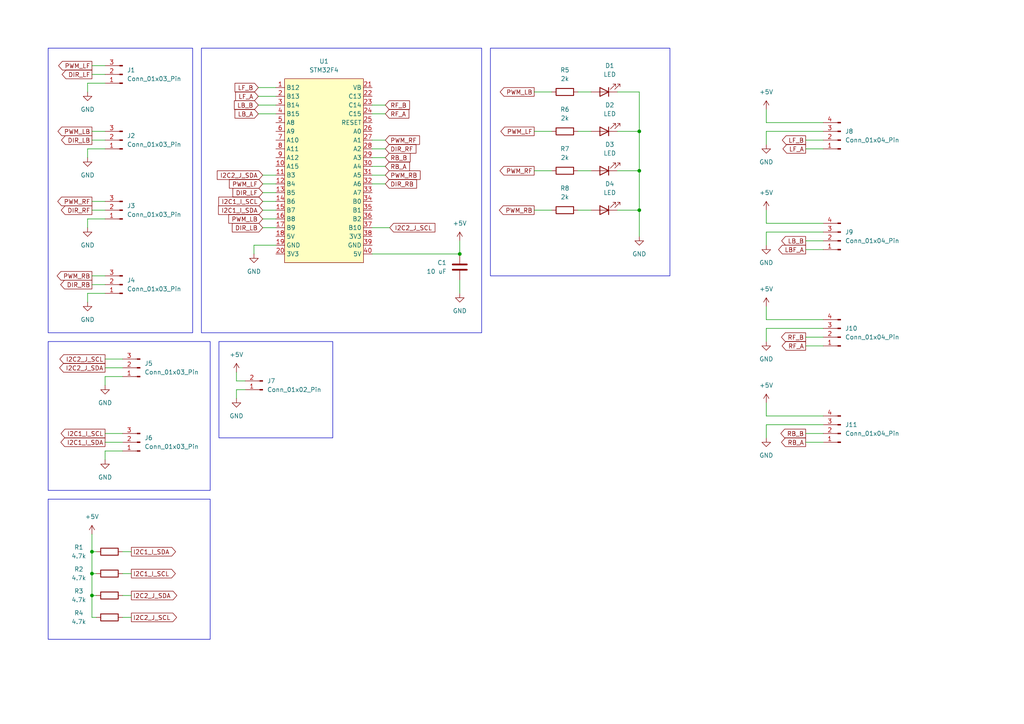
<source format=kicad_sch>
(kicad_sch (version 20230121) (generator eeschema)
  (paper "A4")
  (lib_symbols
    (symbol "Connector:Conn_01x02_Pin" (pin_names (offset 1.016) hide)
      (property "Reference" "J" (at 0 2.54 0))
      (property "Value" "Conn_01x02_Pin" (at 0 -5.08 0))
      (symbol "Conn_01x02_Pin_1_1"
        (polyline (pts (xy 1.27 -2.54) (xy 0.8636 -2.54)) (stroke (width 0.1524)))
        (polyline (pts (xy 1.27 0) (xy 0.8636 0)) (stroke (width 0.1524)))
        (rectangle (start 0.8636 -2.413) (end 0 -2.667) (stroke (width 0.1524)) (fill (type outline)))
        (rectangle (start 0.8636 0.127) (end 0 -0.127) (stroke (width 0.1524)) (fill (type outline)))
        (pin passive line (at 5.08 0 180) (length 3.81) (name "Pin_1") (number "1"))
        (pin passive line (at 5.08 -2.54 180) (length 3.81) (name "Pin_2") (number "2"))
      )
    )
    (symbol "Connector:Conn_01x03_Pin" (pin_names (offset 1.016) hide)
      (property "Reference" "J" (at 0 5.08 0))
      (property "Value" "Conn_01x03_Pin" (at 0 -5.08 0))
      (symbol "Conn_01x03_Pin_1_1"
        (polyline (pts (xy 1.27 -2.54) (xy 0.8636 -2.54)) (stroke (width 0.1524)))
        (polyline (pts (xy 1.27 0) (xy 0.8636 0)) (stroke (width 0.1524)))
        (polyline (pts (xy 1.27 2.54) (xy 0.8636 2.54)) (stroke (width 0.1524)))
        (rectangle (start 0.8636 -2.413) (end 0 -2.667) (stroke (width 0.1524)) (fill (type outline)))
        (rectangle (start 0.8636 0.127) (end 0 -0.127) (stroke (width 0.1524)) (fill (type outline)))
        (rectangle (start 0.8636 2.667) (end 0 2.413) (stroke (width 0.1524)) (fill (type outline)))
        (pin passive line (at 5.08 2.54 180) (length 3.81) (name "Pin_1") (number "1"))
        (pin passive line (at 5.08 0 180) (length 3.81) (name "Pin_2") (number "2"))
        (pin passive line (at 5.08 -2.54 180) (length 3.81) (name "Pin_3") (number "3"))
      )
    )
    (symbol "Connector:Conn_01x04_Pin" (pin_names (offset 1.016) hide)
      (property "Reference" "J" (at 0 5.08 0))
      (property "Value" "Conn_01x04_Pin" (at 0 -7.62 0))
      (symbol "Conn_01x04_Pin_1_1"
        (polyline (pts (xy 1.27 -5.08) (xy 0.8636 -5.08)) (stroke (width 0.1524)))
        (polyline (pts (xy 1.27 -2.54) (xy 0.8636 -2.54)) (stroke (width 0.1524)))
        (polyline (pts (xy 1.27 0) (xy 0.8636 0)) (stroke (width 0.1524)))
        (polyline (pts (xy 1.27 2.54) (xy 0.8636 2.54)) (stroke (width 0.1524)))
        (rectangle (start 0.8636 -4.953) (end 0 -5.207) (stroke (width 0.1524)) (fill (type outline)))
        (rectangle (start 0.8636 -2.413) (end 0 -2.667) (stroke (width 0.1524)) (fill (type outline)))
        (rectangle (start 0.8636 0.127) (end 0 -0.127) (stroke (width 0.1524)) (fill (type outline)))
        (rectangle (start 0.8636 2.667) (end 0 2.413) (stroke (width 0.1524)) (fill (type outline)))
        (pin passive line (at 5.08 2.54 180) (length 3.81) (name "Pin_1") (number "1"))
        (pin passive line (at 5.08 0 180) (length 3.81) (name "Pin_2") (number "2"))
        (pin passive line (at 5.08 -2.54 180) (length 3.81) (name "Pin_3") (number "3"))
        (pin passive line (at 5.08 -5.08 180) (length 3.81) (name "Pin_4") (number "4"))
      )
    )
    (symbol "Device:C" (pin_numbers hide) (pin_names (offset 0.254))
      (property "Reference" "C" (at 0.635 2.54 0))
      (property "Value" "C" (at 0.635 -2.54 0))
      (symbol "C_0_1"
        (polyline (pts (xy -2.032 -0.762) (xy 2.032 -0.762)) (stroke (width 0.508)))
        (polyline (pts (xy -2.032 0.762) (xy 2.032 0.762)) (stroke (width 0.508)))
      )
      (symbol "C_1_1"
        (pin passive line (at 0 3.81 270) (length 2.794) (name "~") (number "1"))
        (pin passive line (at 0 -3.81 90) (length 2.794) (name "~") (number "2"))
      )
    )
    (symbol "Device:LED" (pin_numbers hide) (pin_names (offset 1.016) hide)
      (property "Reference" "D" (at 0 2.54 0))
      (property "Value" "LED" (at 0 -2.54 0))
      (symbol "LED_0_1"
        (polyline (pts (xy -1.27 -1.27) (xy -1.27 1.27)) (stroke (width 0.254)))
        (polyline (pts (xy -1.27 0) (xy 1.27 0)))
        (polyline (pts (xy 1.27 -1.27) (xy 1.27 1.27) (xy -1.27 0) (xy 1.27 -1.27)) (stroke (width 0.254)))
        (polyline (pts (xy -3.048 -0.762) (xy -4.572 -2.286) (xy -3.81 -2.286) (xy -4.572 -2.286) (xy -4.572 -1.524)))
        (polyline (pts (xy -1.778 -0.762) (xy -3.302 -2.286) (xy -2.54 -2.286) (xy -3.302 -2.286) (xy -3.302 -1.524)))
      )
      (symbol "LED_1_1"
        (pin passive line (at -3.81 0 0) (length 2.54) (name "K") (number "1"))
        (pin passive line (at 3.81 0 180) (length 2.54) (name "A") (number "2"))
      )
    )
    (symbol "Device:R" (pin_numbers hide) (pin_names (offset 0))
      (property "Reference" "R" (at 2.032 0 90))
      (property "Value" "R" (at 0 0 90))
      (symbol "R_0_1"
        (rectangle (start -1.016 -2.54) (end 1.016 2.54) (stroke (width 0.254)))
      )
      (symbol "R_1_1"
        (pin passive line (at 0 3.81 270) (length 1.27) (name "~") (number "1"))
        (pin passive line (at 0 -3.81 90) (length 1.27) (name "~") (number "2"))
      )
    )
    (symbol "power:+5V" (power) (pin_names (offset 0))
      (property "Value" "+5V" (at 0 3.556 0))
      (symbol "+5V_0_1"
        (polyline (pts (xy -0.762 1.27) (xy 0 2.54)))
        (polyline (pts (xy 0 0) (xy 0 2.54)))
        (polyline (pts (xy 0 2.54) (xy 0.762 1.27)))
      )
      (symbol "+5V_1_1"
        (pin power_in line (at 0 0 90) (length 0) hide (name "+5V") (number "1"))
      )
    )
    (symbol "power:GND" (power) (pin_names (offset 0))
      (property "Value" "GND" (at 0 -3.81 0))
      (symbol "GND_0_1"
        (polyline (pts (xy 0 0) (xy 0 -1.27) (xy 1.27 -1.27) (xy 0 -2.54) (xy -1.27 -1.27) (xy 0 -1.27)))
      )
      (symbol "GND_1_1"
        (pin power_in line (at 0 0 270) (length 0) hide (name "GND") (number "1"))
      )
    )
    (symbol "stm32-black-pill:STM32-BLACK-PILL"
      (property "Reference" "U" (at 0 0 0))
      (property "Value" "STM32F4" (at 0 0 0))
      (symbol "STM32-BLACK-PILL_1_1"
        (rectangle (start -11.43 39.37) (end 11.43 -13.97) (fill (type background)))
        (pin input line (at -13.97 36.83 0) (length 2.54) (name "B12") (number "1"))
        (pin input line (at -13.97 13.97 0) (length 2.54) (name "A15") (number "10"))
        (pin input line (at -13.97 11.43 0) (length 2.54) (name "B3") (number "11"))
        (pin input line (at -13.97 8.89 0) (length 2.54) (name "B4") (number "12"))
        (pin input line (at -13.97 6.35 0) (length 2.54) (name "B5") (number "13"))
        (pin input line (at -13.97 3.81 0) (length 2.54) (name "B6") (number "14"))
        (pin input line (at -13.97 1.27 0) (length 2.54) (name "B7") (number "15"))
        (pin input line (at -13.97 -1.27 0) (length 2.54) (name "B8") (number "16"))
        (pin input line (at -13.97 -3.81 0) (length 2.54) (name "B9") (number "17"))
        (pin power_in line (at -13.97 -6.35 0) (length 2.54) (name "5V") (number "18"))
        (pin passive line (at -13.97 -8.89 0) (length 2.54) (name "GND") (number "19"))
        (pin input line (at -13.97 34.29 0) (length 2.54) (name "B13") (number "2"))
        (pin power_in line (at -13.97 -11.43 0) (length 2.54) (name "3V3") (number "20"))
        (pin input line (at 13.97 36.83 180) (length 2.54) (name "VB") (number "21"))
        (pin input line (at 13.97 34.29 180) (length 2.54) (name "C13") (number "22"))
        (pin input line (at 13.97 31.75 180) (length 2.54) (name "C14") (number "23"))
        (pin input line (at 13.97 29.21 180) (length 2.54) (name "C15") (number "24"))
        (pin input line (at 13.97 26.67 180) (length 2.54) (name "RESET") (number "25"))
        (pin input line (at 13.97 24.13 180) (length 2.54) (name "A0") (number "26"))
        (pin input line (at 13.97 21.59 180) (length 2.54) (name "A1") (number "27"))
        (pin input line (at 13.97 19.05 180) (length 2.54) (name "A2") (number "28"))
        (pin input line (at 13.97 16.51 180) (length 2.54) (name "A3") (number "29"))
        (pin input line (at -13.97 31.75 0) (length 2.54) (name "B14") (number "3"))
        (pin input line (at 13.97 13.97 180) (length 2.54) (name "A4") (number "30"))
        (pin input line (at 13.97 11.43 180) (length 2.54) (name "A5") (number "31"))
        (pin input line (at 13.97 8.89 180) (length 2.54) (name "A6") (number "32"))
        (pin input line (at 13.97 6.35 180) (length 2.54) (name "A7") (number "33"))
        (pin input line (at 13.97 3.81 180) (length 2.54) (name "B0") (number "34"))
        (pin input line (at 13.97 1.27 180) (length 2.54) (name "B1") (number "35"))
        (pin input line (at 13.97 -1.27 180) (length 2.54) (name "B2") (number "36"))
        (pin input line (at 13.97 -3.81 180) (length 2.54) (name "B10") (number "37"))
        (pin passive line (at 13.97 -6.35 180) (length 2.54) (name "3V3") (number "38"))
        (pin passive line (at 13.97 -8.89 180) (length 2.54) (name "GND") (number "39"))
        (pin input line (at -13.97 29.21 0) (length 2.54) (name "B15") (number "4"))
        (pin power_in line (at 13.97 -11.43 180) (length 2.54) (name "5V") (number "40"))
        (pin input line (at -13.97 26.67 0) (length 2.54) (name "A8") (number "5"))
        (pin input line (at -13.97 24.13 0) (length 2.54) (name "A9") (number "6"))
        (pin input line (at -13.97 21.59 0) (length 2.54) (name "A10") (number "7"))
        (pin input line (at -13.97 19.05 0) (length 2.54) (name "A11") (number "8"))
        (pin input line (at -13.97 16.51 0) (length 2.54) (name "A12") (number "9"))
      )
    )
  )
  (junction (at 133.35 73.66))
  (junction (at 185.42 49.53))
  (junction (at 26.67 172.72))
  (junction (at 185.42 60.96))
  (junction (at 185.42 38.1))
  (junction (at 26.67 166.37))
  (junction (at 26.67 160.02))
  (wire (pts (xy 154.94 60.96) (xy 160.02 60.96)))
  (wire (pts (xy 179.07 38.1) (xy 185.42 38.1)))
  (wire (pts (xy 233.68 125.73) (xy 238.76 125.73)))
  (wire (pts (xy 26.67 179.07) (xy 27.94 179.07)))
  (wire (pts (xy 27.94 160.02) (xy 26.67 160.02)))
  (wire (pts (xy 107.95 73.66) (xy 133.35 73.66)))
  (wire (pts (xy 35.56 166.37) (xy 38.1 166.37)))
  (wire (pts (xy 80.01 71.12) (xy 73.66 71.12)))
  (wire (pts (xy 26.67 166.37) (xy 26.67 172.72)))
  (wire (pts (xy 233.68 40.64) (xy 238.76 40.64)))
  (wire (pts (xy 25.4 43.18) (xy 25.4 45.72)))
  (wire (pts (xy 26.67 172.72) (xy 26.67 179.07)))
  (wire (pts (xy 222.25 41.91) (xy 222.25 38.1)))
  (wire (pts (xy 35.56 109.22) (xy 30.48 109.22)))
  (wire (pts (xy 222.25 123.19) (xy 238.76 123.19)))
  (wire (pts (xy 222.25 31.75) (xy 222.25 35.56)))
  (wire (pts (xy 107.95 50.8) (xy 111.76 50.8)))
  (wire (pts (xy 26.67 80.01) (xy 30.48 80.01)))
  (wire (pts (xy 74.93 27.94) (xy 80.01 27.94)))
  (wire (pts (xy 74.93 25.4) (xy 80.01 25.4)))
  (wire (pts (xy 222.25 71.12) (xy 222.25 67.31)))
  (wire (pts (xy 35.56 160.02) (xy 38.1 160.02)))
  (wire (pts (xy 30.48 43.18) (xy 25.4 43.18)))
  (wire (pts (xy 76.2 58.42) (xy 80.01 58.42)))
  (wire (pts (xy 26.67 21.59) (xy 30.48 21.59)))
  (wire (pts (xy 222.25 92.71) (xy 238.76 92.71)))
  (wire (pts (xy 26.67 38.1) (xy 30.48 38.1)))
  (wire (pts (xy 167.64 26.67) (xy 171.45 26.67)))
  (wire (pts (xy 107.95 40.64) (xy 111.76 40.64)))
  (wire (pts (xy 35.56 179.07) (xy 38.1 179.07)))
  (wire (pts (xy 107.95 30.48) (xy 111.76 30.48)))
  (wire (pts (xy 154.94 26.67) (xy 160.02 26.67)))
  (wire (pts (xy 185.42 49.53) (xy 185.42 60.96)))
  (wire (pts (xy 26.67 82.55) (xy 30.48 82.55)))
  (wire (pts (xy 30.48 130.81) (xy 30.48 133.35)))
  (wire (pts (xy 30.48 63.5) (xy 25.4 63.5)))
  (wire (pts (xy 179.07 60.96) (xy 185.42 60.96)))
  (wire (pts (xy 35.56 130.81) (xy 30.48 130.81)))
  (wire (pts (xy 30.48 109.22) (xy 30.48 111.76)))
  (wire (pts (xy 233.68 72.39) (xy 238.76 72.39)))
  (wire (pts (xy 27.94 166.37) (xy 26.67 166.37)))
  (wire (pts (xy 35.56 172.72) (xy 38.1 172.72)))
  (wire (pts (xy 30.48 128.27) (xy 35.56 128.27)))
  (wire (pts (xy 26.67 160.02) (xy 26.67 166.37)))
  (wire (pts (xy 107.95 48.26) (xy 111.76 48.26)))
  (wire (pts (xy 107.95 53.34) (xy 111.76 53.34)))
  (wire (pts (xy 68.58 107.95) (xy 68.58 110.49)))
  (wire (pts (xy 222.25 116.84) (xy 222.25 120.65)))
  (wire (pts (xy 179.07 49.53) (xy 185.42 49.53)))
  (wire (pts (xy 76.2 53.34) (xy 80.01 53.34)))
  (wire (pts (xy 185.42 26.67) (xy 185.42 38.1)))
  (wire (pts (xy 222.25 120.65) (xy 238.76 120.65)))
  (wire (pts (xy 185.42 60.96) (xy 185.42 68.58)))
  (wire (pts (xy 222.25 64.77) (xy 238.76 64.77)))
  (wire (pts (xy 76.2 50.8) (xy 80.01 50.8)))
  (wire (pts (xy 68.58 113.03) (xy 71.12 113.03)))
  (wire (pts (xy 25.4 63.5) (xy 25.4 66.04)))
  (wire (pts (xy 26.67 154.94) (xy 26.67 160.02)))
  (wire (pts (xy 76.2 66.04) (xy 80.01 66.04)))
  (wire (pts (xy 76.2 55.88) (xy 80.01 55.88)))
  (wire (pts (xy 68.58 115.57) (xy 68.58 113.03)))
  (wire (pts (xy 107.95 45.72) (xy 111.76 45.72)))
  (wire (pts (xy 133.35 73.66) (xy 133.35 69.85)))
  (wire (pts (xy 30.48 24.13) (xy 25.4 24.13)))
  (wire (pts (xy 74.93 33.02) (xy 80.01 33.02)))
  (wire (pts (xy 30.48 106.68) (xy 35.56 106.68)))
  (wire (pts (xy 222.25 60.96) (xy 222.25 64.77)))
  (wire (pts (xy 26.67 40.64) (xy 30.48 40.64)))
  (wire (pts (xy 25.4 85.09) (xy 25.4 87.63)))
  (wire (pts (xy 107.95 33.02) (xy 111.76 33.02)))
  (wire (pts (xy 73.66 71.12) (xy 73.66 73.66)))
  (wire (pts (xy 26.67 60.96) (xy 30.48 60.96)))
  (wire (pts (xy 233.68 100.33) (xy 238.76 100.33)))
  (wire (pts (xy 68.58 110.49) (xy 71.12 110.49)))
  (wire (pts (xy 167.64 38.1) (xy 171.45 38.1)))
  (wire (pts (xy 133.35 81.28) (xy 133.35 85.09)))
  (wire (pts (xy 74.93 30.48) (xy 80.01 30.48)))
  (wire (pts (xy 167.64 60.96) (xy 171.45 60.96)))
  (wire (pts (xy 76.2 63.5) (xy 80.01 63.5)))
  (wire (pts (xy 76.2 60.96) (xy 80.01 60.96)))
  (wire (pts (xy 185.42 38.1) (xy 185.42 49.53)))
  (wire (pts (xy 25.4 24.13) (xy 25.4 26.67)))
  (wire (pts (xy 222.25 88.9) (xy 222.25 92.71)))
  (wire (pts (xy 222.25 67.31) (xy 238.76 67.31)))
  (wire (pts (xy 222.25 99.06) (xy 222.25 95.25)))
  (wire (pts (xy 222.25 38.1) (xy 238.76 38.1)))
  (wire (pts (xy 30.48 85.09) (xy 25.4 85.09)))
  (wire (pts (xy 27.94 172.72) (xy 26.67 172.72)))
  (wire (pts (xy 154.94 49.53) (xy 160.02 49.53)))
  (wire (pts (xy 233.68 69.85) (xy 238.76 69.85)))
  (wire (pts (xy 107.95 43.18) (xy 111.76 43.18)))
  (wire (pts (xy 26.67 58.42) (xy 30.48 58.42)))
  (wire (pts (xy 167.64 49.53) (xy 171.45 49.53)))
  (wire (pts (xy 233.68 43.18) (xy 238.76 43.18)))
  (wire (pts (xy 222.25 95.25) (xy 238.76 95.25)))
  (wire (pts (xy 233.68 97.79) (xy 238.76 97.79)))
  (wire (pts (xy 154.94 38.1) (xy 160.02 38.1)))
  (wire (pts (xy 30.48 125.73) (xy 35.56 125.73)))
  (wire (pts (xy 26.67 19.05) (xy 30.48 19.05)))
  (wire (pts (xy 222.25 127) (xy 222.25 123.19)))
  (wire (pts (xy 107.95 66.04) (xy 113.03 66.04)))
  (wire (pts (xy 222.25 35.56) (xy 238.76 35.56)))
  (wire (pts (xy 179.07 26.67) (xy 185.42 26.67)))
  (wire (pts (xy 233.68 128.27) (xy 238.76 128.27)))
  (wire (pts (xy 30.48 104.14) (xy 35.56 104.14)))
  (rectangle (start 58.42 13.97) (end 139.7 96.52))
  (rectangle (start 13.97 99.06) (end 60.96 142.24))
  (rectangle (start 13.97 144.78) (end 60.96 185.42))
  (rectangle (start 63.5 99.06) (end 96.52 127))
  (rectangle (start 142.24 13.97) (end 194.31 80.01))
  (rectangle (start 13.97 13.97) (end 55.88 96.52))
  (global_label "I2C1_I_SDA" (shape input) (at 76.2 60.96 180) (property "Intersheetrefs" "${INTERSHEET_REFS}" (effects hide)))
  (global_label "I2C1_I_SDA" (shape output) (at 30.48 128.27 180) (property "Intersheetrefs" "${INTERSHEET_REFS}" (effects hide)))
  (global_label "I2C2_J_SCL" (shape output) (at 38.1 179.07 0) (property "Intersheetrefs" "${INTERSHEET_REFS}" (effects hide)))
  (global_label "DIR_LB" (shape output) (at 26.67 40.64 180) (property "Intersheetrefs" "${INTERSHEET_REFS}" (effects hide)))
  (global_label "RF_B" (shape input) (at 111.76 30.48 0) (property "Intersheetrefs" "${INTERSHEET_REFS}" (effects hide)))
  (global_label "RB_B" (shape input) (at 111.76 45.72 0) (property "Intersheetrefs" "${INTERSHEET_REFS}" (effects hide)))
  (global_label "LF_B" (shape output) (at 233.68 40.64 180) (property "Intersheetrefs" "${INTERSHEET_REFS}" (effects hide)))
  (global_label "RF_A" (shape input) (at 111.76 33.02 0) (property "Intersheetrefs" "${INTERSHEET_REFS}" (effects hide)))
  (global_label "DIR_LB" (shape input) (at 76.2 66.04 180) (property "Intersheetrefs" "${INTERSHEET_REFS}" (effects hide)))
  (global_label "LB_B" (shape output) (at 233.68 69.85 180) (property "Intersheetrefs" "${INTERSHEET_REFS}" (effects hide)))
  (global_label "DIR_LF" (shape output) (at 26.67 21.59 180) (property "Intersheetrefs" "${INTERSHEET_REFS}" (effects hide)))
  (global_label "LF_A" (shape input) (at 74.93 27.94 180) (property "Intersheetrefs" "${INTERSHEET_REFS}" (effects hide)))
  (global_label "RF_A" (shape output) (at 233.68 100.33 180) (property "Intersheetrefs" "${INTERSHEET_REFS}" (effects hide)))
  (global_label "RF_B" (shape output) (at 233.68 97.79 180) (property "Intersheetrefs" "${INTERSHEET_REFS}" (effects hide)))
  (global_label "PWM_RB" (shape input) (at 111.76 50.8 0) (property "Intersheetrefs" "${INTERSHEET_REFS}" (effects hide)))
  (global_label "LB_A" (shape input) (at 74.93 33.02 180) (property "Intersheetrefs" "${INTERSHEET_REFS}" (effects hide)))
  (global_label "DIR_RF" (shape output) (at 26.67 60.96 180) (property "Intersheetrefs" "${INTERSHEET_REFS}" (effects hide)))
  (global_label "I2C1_I_SDA" (shape output) (at 38.1 160.02 0) (property "Intersheetrefs" "${INTERSHEET_REFS}" (effects hide)))
  (global_label "LB_B" (shape input) (at 74.93 30.48 180) (property "Intersheetrefs" "${INTERSHEET_REFS}" (effects hide)))
  (global_label "RB_B" (shape output) (at 233.68 125.73 180) (property "Intersheetrefs" "${INTERSHEET_REFS}" (effects hide)))
  (global_label "I2C1_I_SCL" (shape output) (at 38.1 166.37 0) (property "Intersheetrefs" "${INTERSHEET_REFS}" (effects hide)))
  (global_label "LBF_A" (shape output) (at 233.68 72.39 180) (property "Intersheetrefs" "${INTERSHEET_REFS}" (effects hide)))
  (global_label "I2C2_J_SDA" (shape input) (at 76.2 50.8 180) (property "Intersheetrefs" "${INTERSHEET_REFS}" (effects hide)))
  (global_label "PWM_RF" (shape output) (at 154.94 49.53 180) (property "Intersheetrefs" "${INTERSHEET_REFS}" (effects hide)))
  (global_label "LF_B" (shape input) (at 74.93 25.4 180) (property "Intersheetrefs" "${INTERSHEET_REFS}" (effects hide)))
  (global_label "PWM_LF" (shape input) (at 76.2 53.34 180) (property "Intersheetrefs" "${INTERSHEET_REFS}" (effects hide)))
  (global_label "I2C1_I_SCL" (shape input) (at 76.2 58.42 180) (property "Intersheetrefs" "${INTERSHEET_REFS}" (effects hide)))
  (global_label "RB_A" (shape output) (at 233.68 128.27 180) (property "Intersheetrefs" "${INTERSHEET_REFS}" (effects hide)))
  (global_label "PWM_RF" (shape output) (at 26.67 58.42 180) (property "Intersheetrefs" "${INTERSHEET_REFS}" (effects hide)))
  (global_label "DIR_RB" (shape input) (at 111.76 53.34 0) (property "Intersheetrefs" "${INTERSHEET_REFS}" (effects hide)))
  (global_label "I2C2_J_SCL" (shape output) (at 30.48 104.14 180) (property "Intersheetrefs" "${INTERSHEET_REFS}" (effects hide)))
  (global_label "I2C2_J_SDA" (shape output) (at 38.1 172.72 0) (property "Intersheetrefs" "${INTERSHEET_REFS}" (effects hide)))
  (global_label "PWM_LB" (shape output) (at 154.94 26.67 180) (property "Intersheetrefs" "${INTERSHEET_REFS}" (effects hide)))
  (global_label "LF_A" (shape output) (at 233.68 43.18 180) (property "Intersheetrefs" "${INTERSHEET_REFS}" (effects hide)))
  (global_label "DIR_LF" (shape input) (at 76.2 55.88 180) (property "Intersheetrefs" "${INTERSHEET_REFS}" (effects hide)))
  (global_label "PWM_LF" (shape output) (at 26.67 19.05 180) (property "Intersheetrefs" "${INTERSHEET_REFS}" (effects hide)))
  (global_label "I2C1_I_SCL" (shape output) (at 30.48 125.73 180) (property "Intersheetrefs" "${INTERSHEET_REFS}" (effects hide)))
  (global_label "I2C2_J_SDA" (shape output) (at 30.48 106.68 180) (property "Intersheetrefs" "${INTERSHEET_REFS}" (effects hide)))
  (global_label "RB_A" (shape input) (at 111.76 48.26 0) (property "Intersheetrefs" "${INTERSHEET_REFS}" (effects hide)))
  (global_label "PWM_LF" (shape output) (at 154.94 38.1 180) (property "Intersheetrefs" "${INTERSHEET_REFS}" (effects hide)))
  (global_label "PWM_RF" (shape input) (at 111.76 40.64 0) (property "Intersheetrefs" "${INTERSHEET_REFS}" (effects hide)))
  (global_label "DIR_RF" (shape input) (at 111.76 43.18 0) (property "Intersheetrefs" "${INTERSHEET_REFS}" (effects hide)))
  (global_label "I2C2_J_SCL" (shape input) (at 113.03 66.04 0) (property "Intersheetrefs" "${INTERSHEET_REFS}" (effects hide)))
  (global_label "DIR_RB" (shape output) (at 26.67 82.55 180) (property "Intersheetrefs" "${INTERSHEET_REFS}" (effects hide)))
  (global_label "PWM_RB" (shape output) (at 26.67 80.01 180) (property "Intersheetrefs" "${INTERSHEET_REFS}" (effects hide)))
  (global_label "PWM_LB" (shape input) (at 76.2 63.5 180) (property "Intersheetrefs" "${INTERSHEET_REFS}" (effects hide)))
  (global_label "PWM_LB" (shape output) (at 26.67 38.1 180) (property "Intersheetrefs" "${INTERSHEET_REFS}" (effects hide)))
  (global_label "PWM_RB" (shape output) (at 154.94 60.96 180) (property "Intersheetrefs" "${INTERSHEET_REFS}" (effects hide)))
  (symbol (lib_id "power:GND") (at 185.42 68.58 0) (unit 1)
    (property "Reference" "#PWR010" (effects hide))
    (property "Value" "GND" (at 185.42 73.66 0))
  )
  (symbol (lib_id "power:GND") (at 30.48 111.76 0) (unit 1)
    (property "Reference" "#PWR07" (effects hide))
    (property "Value" "GND" (at 30.48 116.84 0))
  )
  (symbol (lib_id "Connector:Conn_01x04_Pin") (at 243.84 40.64 180) (unit 1)
    (property "Reference" "J8" (at 245.11 38.1 0) (effects (justify right)))
    (property "Value" "Conn_01x04_Pin" (at 245.11 40.64 0) (effects (justify right)))
    (property "Footprint" "Connector_JST:JST_PH_B4B-PH-K_1x04_P2.00mm_Vertical" (effects hide))
  )
  (symbol (lib_id "power:+5V") (at 222.25 31.75 0) (unit 1)
    (property "Reference" "#PWR015" (effects hide))
    (property "Value" "+5V" (at 222.25 26.67 0))
  )
  (symbol (lib_id "Connector:Conn_01x04_Pin") (at 243.84 125.73 180) (unit 1)
    (property "Reference" "J11" (at 245.11 123.19 0) (effects (justify right)))
    (property "Value" "Conn_01x04_Pin" (at 245.11 125.73 0) (effects (justify right)))
    (property "Footprint" "Connector_JST:JST_PH_B4B-PH-K_1x04_P2.00mm_Vertical" (effects hide))
  )
  (symbol (lib_id "Device:R") (at 31.75 172.72 90) (unit 1)
    (property "Reference" "R3" (at 22.86 171.45 90))
    (property "Value" "4.7k" (at 22.86 173.99 90))
    (property "Footprint" "Resistor_SMD:R_0805_2012Metric_Pad1.20x1.40mm_HandSolder" (effects hide))
  )
  (symbol (lib_id "Connector:Conn_01x04_Pin") (at 243.84 97.79 180) (unit 1)
    (property "Reference" "J10" (at 245.11 95.25 0) (effects (justify right)))
    (property "Value" "Conn_01x04_Pin" (at 245.11 97.79 0) (effects (justify right)))
    (property "Footprint" "Connector_JST:JST_PH_B4B-PH-K_1x04_P2.00mm_Vertical" (effects hide))
  )
  (symbol (lib_id "power:GND") (at 25.4 87.63 0) (unit 1)
    (property "Reference" "#PWR06" (effects hide))
    (property "Value" "GND" (at 25.4 92.71 0))
  )
  (symbol (lib_id "power:GND") (at 222.25 99.06 0) (unit 1)
    (property "Reference" "#PWR019" (effects hide))
    (property "Value" "GND" (at 222.25 104.14 0))
  )
  (symbol (lib_id "Connector:Conn_01x03_Pin") (at 40.64 128.27 180) (unit 1)
    (property "Reference" "J6" (at 41.91 127 0) (effects (justify right)))
    (property "Value" "Conn_01x03_Pin" (at 41.91 129.54 0) (effects (justify right)))
    (property "Footprint" "Connector_JST:JST_PH_B3B-PH-K_1x03_P2.00mm_Vertical" (effects hide))
  )
  (symbol (lib_id "power:+5V") (at 26.67 154.94 0) (unit 1)
    (property "Reference" "#PWR09" (effects hide))
    (property "Value" "+5V" (at 26.67 149.86 0))
  )
  (symbol (lib_id "power:GND") (at 222.25 41.91 0) (unit 1)
    (property "Reference" "#PWR014" (effects hide))
    (property "Value" "GND" (at 222.25 46.99 0))
  )
  (symbol (lib_id "power:GND") (at 25.4 26.67 0) (unit 1)
    (property "Reference" "#PWR03" (effects hide))
    (property "Value" "GND" (at 25.4 31.75 0))
  )
  (symbol (lib_id "power:GND") (at 25.4 45.72 0) (unit 1)
    (property "Reference" "#PWR04" (effects hide))
    (property "Value" "GND" (at 25.4 50.8 0))
  )
  (symbol (lib_id "Connector:Conn_01x03_Pin") (at 35.56 40.64 180) (unit 1)
    (property "Reference" "J2" (at 36.83 39.37 0) (effects (justify right)))
    (property "Value" "Conn_01x03_Pin" (at 36.83 41.91 0) (effects (justify right)))
    (property "Footprint" "Connector_JST:JST_PH_B3B-PH-K_1x03_P2.00mm_Vertical" (effects hide))
  )
  (symbol (lib_id "Connector:Conn_01x02_Pin") (at 76.2 113.03 180) (unit 1)
    (property "Reference" "J7" (at 77.47 110.49 0) (effects (justify right)))
    (property "Value" "Conn_01x02_Pin" (at 77.47 113.03 0) (effects (justify right)))
    (property "Footprint" "Connector_JST:JST_PH_B2B-PH-K_1x02_P2.00mm_Vertical" (effects hide))
  )
  (symbol (lib_id "Device:LED") (at 175.26 49.53 180) (unit 1)
    (property "Reference" "D3" (at 176.8475 41.91 0))
    (property "Value" "LED" (at 176.8475 44.45 0))
    (property "Footprint" "LED_SMD:LED_0805_2012Metric_Pad1.15x1.40mm_HandSolder" (effects hide))
  )
  (symbol (lib_id "Device:R") (at 31.75 166.37 90) (unit 1)
    (property "Reference" "R2" (at 22.86 165.1 90))
    (property "Value" "4.7k" (at 22.86 167.64 90))
    (property "Footprint" "Resistor_SMD:R_0805_2012Metric_Pad1.20x1.40mm_HandSolder" (effects hide))
  )
  (symbol (lib_id "Device:C") (at 133.35 77.47 0) (mirror y) (unit 1)
    (property "Reference" "C1" (at 129.54 76.2 0) (effects (justify left)))
    (property "Value" "10 uF" (at 129.54 78.74 0) (effects (justify left)))
    (property "Footprint" "Capacitor_SMD:C_0805_2012Metric_Pad1.18x1.45mm_HandSolder" (effects hide))
  )
  (symbol (lib_id "Device:LED") (at 175.26 60.96 180) (unit 1)
    (property "Reference" "D4" (at 176.8475 53.34 0))
    (property "Value" "LED" (at 176.8475 55.88 0))
    (property "Footprint" "LED_SMD:LED_0805_2012Metric_Pad1.15x1.40mm_HandSolder" (effects hide))
  )
  (symbol (lib_id "power:+5V") (at 222.25 60.96 0) (unit 1)
    (property "Reference" "#PWR016" (effects hide))
    (property "Value" "+5V" (at 222.25 55.88 0))
  )
  (symbol (lib_id "power:GND") (at 30.48 133.35 0) (unit 1)
    (property "Reference" "#PWR08" (effects hide))
    (property "Value" "GND" (at 30.48 138.43 0))
  )
  (symbol (lib_id "Device:R") (at 31.75 160.02 90) (unit 1)
    (property "Reference" "R1" (at 22.86 158.75 90))
    (property "Value" "4.7k" (at 22.86 161.29 90))
    (property "Footprint" "Resistor_SMD:R_0805_2012Metric_Pad1.20x1.40mm_HandSolder" (effects hide))
  )
  (symbol (lib_id "Connector:Conn_01x04_Pin") (at 243.84 69.85 180) (unit 1)
    (property "Reference" "J9" (at 245.11 67.31 0) (effects (justify right)))
    (property "Value" "Conn_01x04_Pin" (at 245.11 69.85 0) (effects (justify right)))
    (property "Footprint" "Connector_JST:JST_PH_B4B-PH-K_1x04_P2.00mm_Vertical" (effects hide))
  )
  (symbol (lib_id "Device:R") (at 163.83 38.1 90) (unit 1)
    (property "Reference" "R6" (at 163.83 31.75 90))
    (property "Value" "2k" (at 163.83 34.29 90))
    (property "Footprint" "Resistor_SMD:R_0805_2012Metric_Pad1.20x1.40mm_HandSolder" (effects hide))
  )
  (symbol (lib_id "Connector:Conn_01x03_Pin") (at 35.56 60.96 180) (unit 1)
    (property "Reference" "J3" (at 36.83 59.69 0) (effects (justify right)))
    (property "Value" "Conn_01x03_Pin" (at 36.83 62.23 0) (effects (justify right)))
    (property "Footprint" "Connector_JST:JST_PH_B3B-PH-K_1x03_P2.00mm_Vertical" (effects hide))
  )
  (symbol (lib_id "power:+5V") (at 133.35 69.85 0) (unit 1)
    (property "Reference" "#PWR01" (effects hide))
    (property "Value" "+5V" (at 133.35 64.77 0))
  )
  (symbol (lib_id "power:+5V") (at 68.58 107.95 0) (unit 1)
    (property "Reference" "#PWR012" (effects hide))
    (property "Value" "+5V" (at 68.58 102.87 0))
  )
  (symbol (lib_id "Connector:Conn_01x03_Pin") (at 35.56 21.59 180) (unit 1)
    (property "Reference" "J1" (at 36.83 20.32 0) (effects (justify right)))
    (property "Value" "Conn_01x03_Pin" (at 36.83 22.86 0) (effects (justify right)))
    (property "Footprint" "Connector_JST:JST_PH_B3B-PH-K_1x03_P2.00mm_Vertical" (effects hide))
  )
  (symbol (lib_id "power:GND") (at 222.25 71.12 0) (unit 1)
    (property "Reference" "#PWR017" (effects hide))
    (property "Value" "GND" (at 222.25 76.2 0))
  )
  (symbol (lib_id "Device:R") (at 163.83 49.53 90) (unit 1)
    (property "Reference" "R7" (at 163.83 43.18 90))
    (property "Value" "2k" (at 163.83 45.72 90))
    (property "Footprint" "Resistor_SMD:R_0805_2012Metric_Pad1.20x1.40mm_HandSolder" (effects hide))
  )
  (symbol (lib_id "Device:LED") (at 175.26 26.67 180) (unit 1)
    (property "Reference" "D1" (at 176.8475 19.05 0))
    (property "Value" "LED" (at 176.8475 21.59 0))
    (property "Footprint" "LED_SMD:LED_0805_2012Metric_Pad1.15x1.40mm_HandSolder" (effects hide))
  )
  (symbol (lib_id "power:GND") (at 73.66 73.66 0) (unit 1)
    (property "Reference" "#PWR02" (effects hide))
    (property "Value" "GND" (at 73.66 78.74 0))
  )
  (symbol (lib_id "power:GND") (at 68.58 115.57 0) (unit 1)
    (property "Reference" "#PWR011" (effects hide))
    (property "Value" "GND" (at 68.58 120.65 0))
  )
  (symbol (lib_id "Device:R") (at 163.83 26.67 90) (unit 1)
    (property "Reference" "R5" (at 163.83 20.32 90))
    (property "Value" "2k" (at 163.83 22.86 90))
    (property "Footprint" "Resistor_SMD:R_0805_2012Metric_Pad1.20x1.40mm_HandSolder" (effects hide))
  )
  (symbol (lib_id "Device:R") (at 163.83 60.96 90) (unit 1)
    (property "Reference" "R8" (at 163.83 54.61 90))
    (property "Value" "2k" (at 163.83 57.15 90))
    (property "Footprint" "Resistor_SMD:R_0805_2012Metric_Pad1.20x1.40mm_HandSolder" (effects hide))
  )
  (symbol (lib_id "power:GND") (at 133.35 85.09 0) (unit 1)
    (property "Reference" "#PWR013" (effects hide))
    (property "Value" "GND" (at 133.35 90.17 0))
  )
  (symbol (lib_id "stm32-black-pill:STM32-BLACK-PILL") (at 93.98 62.23 0) (unit 1)
    (property "Reference" "U1" (at 93.98 17.78 0))
    (property "Value" "STM32F4" (at 93.98 20.32 0))
    (property "Footprint" "stm32-black-pill:STM32-BREAKOUT" (effects hide))
    (property "Datasheet" "https://stm32-base.org/boards/STM32F411CEU6-WeAct-Black-Pill-V2.0.html" (effects hide))
  )
  (symbol (lib_id "Device:LED") (at 175.26 38.1 180) (unit 1)
    (property "Reference" "D2" (at 176.8475 30.48 0))
    (property "Value" "LED" (at 176.8475 33.02 0))
    (property "Footprint" "LED_SMD:LED_0805_2012Metric_Pad1.15x1.40mm_HandSolder" (effects hide))
  )
  (symbol (lib_id "power:GND") (at 222.25 127 0) (unit 1)
    (property "Reference" "#PWR021" (effects hide))
    (property "Value" "GND" (at 222.25 132.08 0))
  )
  (symbol (lib_id "power:GND") (at 25.4 66.04 0) (unit 1)
    (property "Reference" "#PWR05" (effects hide))
    (property "Value" "GND" (at 25.4 71.12 0))
  )
  (symbol (lib_id "power:+5V") (at 222.25 88.9 0) (unit 1)
    (property "Reference" "#PWR018" (effects hide))
    (property "Value" "+5V" (at 222.25 83.82 0))
  )
  (symbol (lib_id "Connector:Conn_01x03_Pin") (at 40.64 106.68 180) (unit 1)
    (property "Reference" "J5" (at 41.91 105.41 0) (effects (justify right)))
    (property "Value" "Conn_01x03_Pin" (at 41.91 107.95 0) (effects (justify right)))
    (property "Footprint" "Connector_JST:JST_PH_B3B-PH-K_1x03_P2.00mm_Vertical" (effects hide))
  )
  (symbol (lib_id "power:+5V") (at 222.25 116.84 0) (unit 1)
    (property "Reference" "#PWR020" (effects hide))
    (property "Value" "+5V" (at 222.25 111.76 0))
  )
  (symbol (lib_id "Connector:Conn_01x03_Pin") (at 35.56 82.55 180) (unit 1)
    (property "Reference" "J4" (at 36.83 81.28 0) (effects (justify right)))
    (property "Value" "Conn_01x03_Pin" (at 36.83 83.82 0) (effects (justify right)))
    (property "Footprint" "Connector_JST:JST_PH_B3B-PH-K_1x03_P2.00mm_Vertical" (effects hide))
  )
  (symbol (lib_id "Device:R") (at 31.75 179.07 90) (unit 1)
    (property "Reference" "R4" (at 22.86 177.8 90))
    (property "Value" "4.7k" (at 22.86 180.34 90))
    (property "Footprint" "Resistor_SMD:R_0805_2012Metric_Pad1.20x1.40mm_HandSolder" (effects hide))
  )
)
</source>
